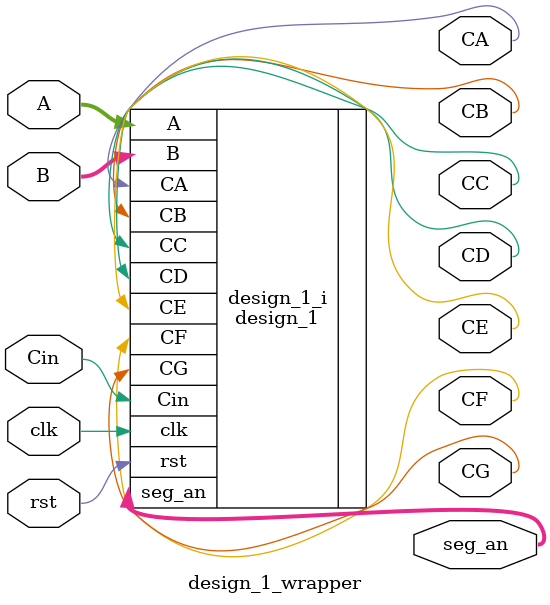
<source format=v>
`timescale 1 ps / 1 ps

module design_1_wrapper
   (A,
    B,
    CA,
    CB,
    CC,
    CD,
    CE,
    CF,
    CG,
    Cin,
    clk,
    rst,
    seg_an);
  input [3:0]A;
  input [3:0]B;
  output CA;
  output CB;
  output CC;
  output CD;
  output CE;
  output CF;
  output CG;
  input Cin;
  input clk;
  input rst;
  output [3:0]seg_an;

  wire [3:0]A;
  wire [3:0]B;
  wire CA;
  wire CB;
  wire CC;
  wire CD;
  wire CE;
  wire CF;
  wire CG;
  wire Cin;
  wire clk;
  wire rst;
  wire [3:0]seg_an;

  design_1 design_1_i
       (.A(A),
        .B(B),
        .CA(CA),
        .CB(CB),
        .CC(CC),
        .CD(CD),
        .CE(CE),
        .CF(CF),
        .CG(CG),
        .Cin(Cin),
        .clk(clk),
        .rst(rst),
        .seg_an(seg_an));
endmodule

</source>
